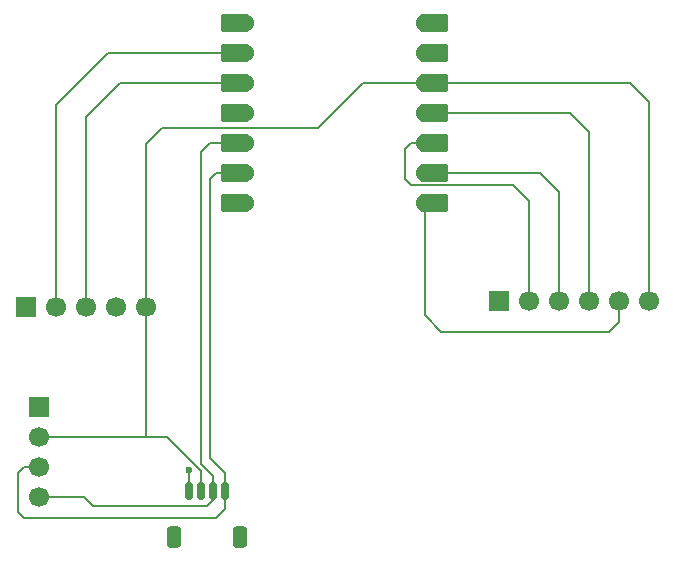
<source format=gbr>
%TF.GenerationSoftware,KiCad,Pcbnew,9.0.2*%
%TF.CreationDate,2025-07-07T13:49:35+02:00*%
%TF.ProjectId,Particulate_matters,50617274-6963-4756-9c61-74655f6d6174,rev?*%
%TF.SameCoordinates,Original*%
%TF.FileFunction,Copper,L1,Top*%
%TF.FilePolarity,Positive*%
%FSLAX46Y46*%
G04 Gerber Fmt 4.6, Leading zero omitted, Abs format (unit mm)*
G04 Created by KiCad (PCBNEW 9.0.2) date 2025-07-07 13:49:35*
%MOMM*%
%LPD*%
G01*
G04 APERTURE LIST*
G04 Aperture macros list*
%AMRoundRect*
0 Rectangle with rounded corners*
0 $1 Rounding radius*
0 $2 $3 $4 $5 $6 $7 $8 $9 X,Y pos of 4 corners*
0 Add a 4 corners polygon primitive as box body*
4,1,4,$2,$3,$4,$5,$6,$7,$8,$9,$2,$3,0*
0 Add four circle primitives for the rounded corners*
1,1,$1+$1,$2,$3*
1,1,$1+$1,$4,$5*
1,1,$1+$1,$6,$7*
1,1,$1+$1,$8,$9*
0 Add four rect primitives between the rounded corners*
20,1,$1+$1,$2,$3,$4,$5,0*
20,1,$1+$1,$4,$5,$6,$7,0*
20,1,$1+$1,$6,$7,$8,$9,0*
20,1,$1+$1,$8,$9,$2,$3,0*%
G04 Aperture macros list end*
%TA.AperFunction,ComponentPad*%
%ADD10R,1.700000X1.700000*%
%TD*%
%TA.AperFunction,ComponentPad*%
%ADD11C,1.700000*%
%TD*%
%TA.AperFunction,SMDPad,CuDef*%
%ADD12RoundRect,0.150000X-0.150000X-0.625000X0.150000X-0.625000X0.150000X0.625000X-0.150000X0.625000X0*%
%TD*%
%TA.AperFunction,SMDPad,CuDef*%
%ADD13RoundRect,0.250000X-0.350000X-0.650000X0.350000X-0.650000X0.350000X0.650000X-0.350000X0.650000X0*%
%TD*%
%TA.AperFunction,SMDPad,CuDef*%
%ADD14RoundRect,0.152400X1.063600X0.609600X-1.063600X0.609600X-1.063600X-0.609600X1.063600X-0.609600X0*%
%TD*%
%TA.AperFunction,ComponentPad*%
%ADD15C,1.524000*%
%TD*%
%TA.AperFunction,SMDPad,CuDef*%
%ADD16RoundRect,0.152400X-1.063600X-0.609600X1.063600X-0.609600X1.063600X0.609600X-1.063600X0.609600X0*%
%TD*%
%TA.AperFunction,ViaPad*%
%ADD17C,0.600000*%
%TD*%
%TA.AperFunction,Conductor*%
%ADD18C,0.200000*%
%TD*%
G04 APERTURE END LIST*
D10*
%TO.P,U5,1,GND*%
%TO.N,GND*%
X77470000Y-91440000D03*
D11*
%TO.P,U5,2,VCC*%
%TO.N,VCC*%
X77470000Y-93980000D03*
%TO.P,U5,3,SCK*%
%TO.N,Net-(U1-GPIO9{slash}D5{slash}I2C_SCL)*%
X77470000Y-96520000D03*
%TO.P,U5,4,SDA*%
%TO.N,Net-(U1-GPIO5{slash}D4{slash}I2C_SDA)*%
X77470000Y-99060000D03*
%TD*%
D12*
%TO.P,U3,1,GND*%
%TO.N,GND*%
X90194000Y-98584000D03*
%TO.P,U3,2,VCC*%
%TO.N,VCC*%
X91194000Y-98584000D03*
%TO.P,U3,3,SDA*%
%TO.N,Net-(U1-GPIO5{slash}D4{slash}I2C_SDA)*%
X92194000Y-98584000D03*
%TO.P,U3,4,SDL*%
%TO.N,Net-(U1-GPIO9{slash}D5{slash}I2C_SCL)*%
X93194000Y-98584000D03*
D13*
%TO.P,U3,MP*%
%TO.N,N/C*%
X88894000Y-102459000D03*
X94494000Y-102459000D03*
%TD*%
D10*
%TO.P,U2,1,PPS*%
%TO.N,unconnected-(U2-PPS-Pad1)*%
X76380000Y-83000000D03*
D11*
%TO.P,U2,2,RX*%
%TO.N,Net-(U1-GPIO2{slash}DA{slash}A1)*%
X78920000Y-83000000D03*
%TO.P,U2,3,TX*%
%TO.N,Net-(U1-GPIO3{slash}D2{slash}A2)*%
X81460000Y-83000000D03*
%TO.P,U2,4,GND*%
%TO.N,GND*%
X84000000Y-83000000D03*
%TO.P,U2,5,VCC*%
%TO.N,VCC*%
X86540000Y-83000000D03*
%TD*%
D14*
%TO.P,U1,1,GPIO1/D0/A0*%
%TO.N,unconnected-(U1-GPIO1{slash}D0{slash}A0-Pad1)*%
X94039000Y-58908750D03*
D15*
X94874000Y-58908750D03*
D14*
%TO.P,U1,2,GPIO2/DA/A1*%
%TO.N,Net-(U1-GPIO2{slash}DA{slash}A1)*%
X94039000Y-61448750D03*
D15*
X94874000Y-61448750D03*
D14*
%TO.P,U1,3,GPIO3/D2/A2*%
%TO.N,Net-(U1-GPIO3{slash}D2{slash}A2)*%
X94039000Y-63988750D03*
D15*
X94874000Y-63988750D03*
D14*
%TO.P,U1,4,GPIO4/D3/A3*%
%TO.N,unconnected-(U1-GPIO4{slash}D3{slash}A3-Pad4)*%
X94039000Y-66528750D03*
D15*
X94874000Y-66528750D03*
D14*
%TO.P,U1,5,GPIO5/D4/I2C_SDA*%
%TO.N,Net-(U1-GPIO5{slash}D4{slash}I2C_SDA)*%
X94039000Y-69068750D03*
D15*
X94874000Y-69068750D03*
D14*
%TO.P,U1,6,GPIO9/D5/I2C_SCL*%
%TO.N,Net-(U1-GPIO9{slash}D5{slash}I2C_SCL)*%
X94039000Y-71608750D03*
D15*
X94874000Y-71608750D03*
D14*
%TO.P,U1,7,U0TXD/D6/TX*%
%TO.N,unconnected-(U1-U0TXD{slash}D6{slash}TX-Pad7)*%
X94039000Y-74148750D03*
D15*
X94874000Y-74148750D03*
%TO.P,U1,8,U0RXD/D7/RX*%
%TO.N,Net-(U1-U0RXD{slash}D7{slash}RX)*%
X110114000Y-74148750D03*
D16*
X110949000Y-74148750D03*
D15*
%TO.P,U1,9,GPIO7/D8/A8/SCK*%
%TO.N,Net-(U1-GPIO7{slash}D8{slash}A8{slash}SCK)*%
X110114000Y-71608750D03*
D16*
X110949000Y-71608750D03*
D15*
%TO.P,U1,10,GPIO8/D9/A9/MISO*%
%TO.N,Net-(U1-GPIO8{slash}D9{slash}A9{slash}MISO)*%
X110114000Y-69068750D03*
D16*
X110949000Y-69068750D03*
D15*
%TO.P,U1,11,GPIO9/D10/A10/MOSI*%
%TO.N,Net-(U1-GPIO9{slash}D10{slash}A10{slash}MOSI)*%
X110114000Y-66528750D03*
D16*
X110949000Y-66528750D03*
D15*
%TO.P,U1,12,VCC_3V3*%
%TO.N,VCC*%
X110114000Y-63988750D03*
D16*
X110949000Y-63988750D03*
D15*
%TO.P,U1,13,GND*%
%TO.N,GND*%
X110114000Y-61448750D03*
D16*
X110949000Y-61448750D03*
D15*
%TO.P,U1,14,VBUS*%
%TO.N,unconnected-(U1-VBUS-Pad14)*%
X110114000Y-58908750D03*
D16*
X110949000Y-58908750D03*
%TD*%
D10*
%TO.P,U4,1,GND*%
%TO.N,GND*%
X116420000Y-82500000D03*
D11*
%TO.P,U4,2,MISO*%
%TO.N,Net-(U1-GPIO8{slash}D9{slash}A9{slash}MISO)*%
X118960000Y-82500000D03*
%TO.P,U4,3,CLK*%
%TO.N,Net-(U1-GPIO7{slash}D8{slash}A8{slash}SCK)*%
X121500000Y-82500000D03*
%TO.P,U4,4,MOSI*%
%TO.N,Net-(U1-GPIO9{slash}D10{slash}A10{slash}MOSI)*%
X124040000Y-82500000D03*
%TO.P,U4,5,CS*%
%TO.N,Net-(U1-U0RXD{slash}D7{slash}RX)*%
X126580000Y-82500000D03*
%TO.P,U4,6,3V3*%
%TO.N,VCC*%
X129120000Y-82500000D03*
%TD*%
D17*
%TO.N,GND*%
X90170000Y-96774000D03*
%TD*%
D18*
%TO.N,Net-(U1-GPIO8{slash}D9{slash}A9{slash}MISO)*%
X110114000Y-69068750D02*
X108985250Y-69068750D01*
X118960000Y-74002000D02*
X118960000Y-82500000D01*
X108985250Y-69068750D02*
X108458000Y-69596000D01*
X108458000Y-72136000D02*
X108993750Y-72671750D01*
X108993750Y-72671750D02*
X117629750Y-72671750D01*
X108458000Y-69596000D02*
X108458000Y-72136000D01*
X117629750Y-72671750D02*
X118960000Y-74002000D01*
%TO.N,Net-(U1-GPIO3{slash}D2{slash}A2)*%
X81460000Y-83000000D02*
X81460000Y-66876000D01*
X81460000Y-66876000D02*
X84347250Y-63988750D01*
X84347250Y-63988750D02*
X94039000Y-63988750D01*
%TO.N,Net-(U1-GPIO2{slash}DA{slash}A1)*%
X78920000Y-83000000D02*
X78920000Y-65860000D01*
X78920000Y-65860000D02*
X83331250Y-61448750D01*
X83331250Y-61448750D02*
X94039000Y-61448750D01*
%TO.N,GND*%
X90194000Y-96798000D02*
X90170000Y-96774000D01*
X90194000Y-98584000D02*
X90194000Y-96798000D01*
%TO.N,VCC*%
X77470000Y-93980000D02*
X86614000Y-93980000D01*
X86540000Y-93906000D02*
X86614000Y-93980000D01*
X86540000Y-83000000D02*
X86540000Y-93906000D01*
X86614000Y-93980000D02*
X88138000Y-93980000D01*
X88138000Y-93980000D02*
X88332900Y-93980000D01*
X88332900Y-93980000D02*
X91194000Y-96841100D01*
X91194000Y-96841100D02*
X91194000Y-98584000D01*
%TO.N,Net-(U1-U0RXD{slash}D7{slash}RX)*%
X110114000Y-74148750D02*
X110114000Y-83698000D01*
X110114000Y-83698000D02*
X111506000Y-85090000D01*
X111506000Y-85090000D02*
X125730000Y-85090000D01*
X126580000Y-84240000D02*
X126580000Y-82500000D01*
X125730000Y-85090000D02*
X126580000Y-84240000D01*
%TO.N,VCC*%
X129120000Y-82500000D02*
X129120000Y-65620000D01*
X129120000Y-65620000D02*
X127488750Y-63988750D01*
X127488750Y-63988750D02*
X110949000Y-63988750D01*
%TO.N,Net-(U1-GPIO9{slash}D10{slash}A10{slash}MOSI)*%
X110949000Y-66528750D02*
X122408750Y-66528750D01*
X122408750Y-66528750D02*
X124040000Y-68160000D01*
X124040000Y-68160000D02*
X124040000Y-82500000D01*
%TO.N,Net-(U1-GPIO7{slash}D8{slash}A8{slash}SCK)*%
X110949000Y-71608750D02*
X119868750Y-71608750D01*
X119868750Y-71608750D02*
X121500000Y-73240000D01*
X121500000Y-73240000D02*
X121500000Y-82500000D01*
%TO.N,VCC*%
X110114000Y-63988750D02*
X104921250Y-63988750D01*
X86540000Y-69162000D02*
X86540000Y-83000000D01*
X104921250Y-63988750D02*
X101092000Y-67818000D01*
X101092000Y-67818000D02*
X87884000Y-67818000D01*
X87884000Y-67818000D02*
X86540000Y-69162000D01*
%TO.N,Net-(U1-GPIO5{slash}D4{slash}I2C_SDA)*%
X92194000Y-98584000D02*
X92202000Y-98576000D01*
X92202000Y-98576000D02*
X92202000Y-97282000D01*
X92202000Y-97282000D02*
X91186000Y-96266000D01*
X91186000Y-69850000D02*
X91967250Y-69068750D01*
X91186000Y-96266000D02*
X91186000Y-69850000D01*
X91967250Y-69068750D02*
X94039000Y-69068750D01*
%TO.N,Net-(U1-GPIO9{slash}D5{slash}I2C_SCL)*%
X93194000Y-97004000D02*
X91948000Y-95758000D01*
X91948000Y-95758000D02*
X91948000Y-72136000D01*
X93194000Y-98584000D02*
X93194000Y-97004000D01*
X94019750Y-71628000D02*
X94039000Y-71608750D01*
X91948000Y-72136000D02*
X92456000Y-71628000D01*
X92456000Y-71628000D02*
X94019750Y-71628000D01*
X76200000Y-96520000D02*
X75692000Y-97028000D01*
X75692000Y-100330000D02*
X76200000Y-100838000D01*
X75692000Y-97028000D02*
X75692000Y-100330000D01*
X77470000Y-96520000D02*
X76200000Y-96520000D01*
X76200000Y-100838000D02*
X92456000Y-100838000D01*
X92456000Y-100838000D02*
X93194000Y-100100000D01*
X93194000Y-100100000D02*
X93194000Y-98584000D01*
%TO.N,Net-(U1-GPIO5{slash}D4{slash}I2C_SDA)*%
X77470000Y-99060000D02*
X81280000Y-99060000D01*
X81280000Y-99060000D02*
X82042000Y-99822000D01*
X92194000Y-99322000D02*
X92194000Y-98584000D01*
X82042000Y-99822000D02*
X91694000Y-99822000D01*
X91694000Y-99822000D02*
X92194000Y-99322000D01*
%TO.N,Net-(U1-U0RXD{slash}D7{slash}RX)*%
X126696000Y-82500000D02*
X126746000Y-82550000D01*
X126580000Y-82500000D02*
X126696000Y-82500000D01*
%TD*%
M02*

</source>
